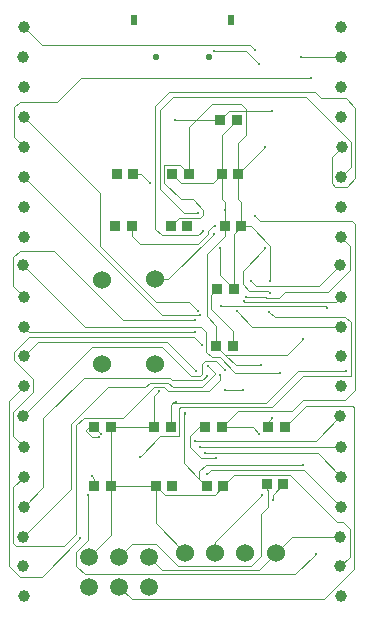
<source format=gbl>
G04 Layer_Physical_Order=2*
G04 Layer_Color=16711680*
%FSLAX44Y44*%
%MOMM*%
G71*
G01*
G75*
%ADD16R,0.8500X0.8500*%
%ADD17C,0.1000*%
%ADD19C,0.5800*%
%ADD20R,0.6000X0.9000*%
%ADD21C,1.5240*%
%ADD22C,1.0000*%
%ADD23C,1.5200*%
%ADD24C,0.2000*%
D16*
X526430Y1141730D02*
D03*
X512430D02*
D03*
X511160Y1187450D02*
D03*
X525160D02*
D03*
X469250Y1097280D02*
D03*
X483250D02*
D03*
X528970D02*
D03*
X514970D02*
D03*
X437530Y1141730D02*
D03*
X423530D02*
D03*
X436260Y1097280D02*
D03*
X422260D02*
D03*
X565800Y927100D02*
D03*
X551800D02*
D03*
X564530Y878840D02*
D03*
X550530D02*
D03*
X498460Y927100D02*
D03*
X512460D02*
D03*
X418480Y877570D02*
D03*
X404480D02*
D03*
X456550D02*
D03*
X470550D02*
D03*
X418480Y927100D02*
D03*
X404480D02*
D03*
X455280D02*
D03*
X469280D02*
D03*
X513730Y877570D02*
D03*
X499730D02*
D03*
X522770Y1044170D02*
D03*
X508770D02*
D03*
X521900Y995970D02*
D03*
X507900D02*
D03*
X484520Y1141730D02*
D03*
X470520D02*
D03*
D17*
X514970Y1111219D02*
Y1118108D01*
X515302Y988568D02*
X524192Y979678D01*
X507900Y995970D02*
X515302Y988568D01*
X493522Y883778D02*
X499730Y877570D01*
X480111Y897189D02*
X493522Y883778D01*
X471424Y947928D02*
X550010D01*
X469280Y945784D02*
Y946292D01*
Y927100D02*
Y945784D01*
X532638Y1195070D02*
X555260D01*
X518780D02*
X532638D01*
Y1196848D01*
Y1174424D02*
Y1195070D01*
X490220Y1187450D02*
X503936Y1201166D01*
X484520Y1181750D02*
X490220Y1187450D01*
X511160D01*
X472410D02*
X490220D01*
X572090Y834590D02*
X612900D01*
X558220Y820720D02*
X572090Y834590D01*
X498856Y895350D02*
X581406D01*
X493522Y890016D02*
X498856Y895350D01*
X493522Y883778D02*
Y890016D01*
X515302Y988568D02*
X567966D01*
X581428Y1002030D01*
X480111Y937931D02*
X481290Y939110D01*
X480111Y897189D02*
Y937931D01*
X536702Y1250950D02*
X540766Y1246886D01*
X360360Y1250950D02*
X536702D01*
X344720Y1266590D02*
X360360Y1250950D01*
X507900Y995970D02*
Y1012943D01*
X499594Y1021249D02*
X507900Y1012943D01*
X499594Y1021249D02*
Y1074135D01*
X514970Y1089510D01*
Y1097280D01*
X506970Y820720D02*
Y830312D01*
X546862Y870204D01*
X499872Y887730D02*
X503063Y890921D01*
X582319D01*
X613400Y859840D01*
X467214Y1052430D02*
X505714Y1090930D01*
X455980Y1052430D02*
X467214D01*
X404480Y927100D02*
X410266Y921314D01*
X344720Y859840D02*
X361442Y876562D01*
Y934720D01*
X395423Y968701D01*
X468924D01*
X470353Y967272D01*
X495848D01*
X499618Y971042D01*
X593758Y905232D02*
X613400Y885590D01*
X498094Y905232D02*
X593758D01*
X551298Y1043060D02*
X553212Y1041146D01*
X535512Y1043060D02*
X551298D01*
X530060Y1048512D02*
X535512Y1043060D01*
X530060Y1048512D02*
Y1059904D01*
X549148Y1078992D01*
X393446Y1223264D02*
X587756D01*
X372872Y1202690D02*
X393446Y1223264D01*
X341376Y1202690D02*
X372872D01*
X336804Y1198118D02*
X341376Y1202690D01*
X336804Y1173256D02*
Y1198118D01*
Y1173256D02*
X345220Y1164840D01*
X461964Y1022096D02*
X494284D01*
X344720Y1139340D02*
X461964Y1022096D01*
X442976Y902462D02*
X460248Y919734D01*
X476571D01*
Y943438D01*
X477520Y944388D01*
X554990D01*
X580882Y970280D01*
X621538D01*
Y1016000D01*
X616966Y1020572D02*
X621538Y1016000D01*
X557266Y1020572D02*
X616966D01*
X552694Y1025144D02*
X557266Y1020572D01*
X399288Y832216D02*
Y869696D01*
X389128Y822056D02*
X399288Y832216D01*
X389128Y810006D02*
Y822056D01*
Y810006D02*
X396240Y802894D01*
X574802D01*
X591820Y819912D01*
X592345Y916035D02*
X612900Y936590D01*
X489994Y916035D02*
X592345D01*
X512154Y1029687D02*
X600310D01*
X601472Y1028524D01*
X344720Y987340D02*
X356616Y999236D01*
X465836D01*
X490220Y974852D01*
X515112Y958850D02*
X530220D01*
X332486Y949606D02*
X344720Y961840D01*
X332486Y809752D02*
Y949606D01*
Y809752D02*
X341376Y800862D01*
X359918D01*
X392176Y833120D01*
X489204Y1003300D02*
X495300Y997204D01*
X349296Y1003300D02*
X489204D01*
X336680Y990684D02*
X349296Y1003300D01*
X336680Y983866D02*
Y990684D01*
Y983866D02*
X352806Y967740D01*
Y957072D02*
Y967740D01*
X336042Y940308D02*
X352806Y957072D01*
X336042Y919518D02*
Y940308D01*
Y919518D02*
X344720Y910840D01*
X609089Y1033529D02*
X613400Y1037840D01*
X531080Y1033529D02*
X609089D01*
X530805Y1033804D02*
X531080Y1033529D01*
X533146Y1037844D02*
X549418D01*
X550192Y1037069D01*
X560689D01*
X565528Y1041908D01*
X602234D01*
X621030Y1060704D01*
Y1080710D01*
X613400Y1088340D02*
X621030Y1080710D01*
X613400Y1139340D02*
X622046Y1147986D01*
Y1168908D01*
X583692Y1207262D02*
X622046Y1168908D01*
X471424Y1207262D02*
X583692D01*
X459689Y1195527D02*
X471424Y1207262D01*
X459689Y1129335D02*
Y1195527D01*
Y1129335D02*
X480314Y1108710D01*
X492116D01*
X492616Y1089914D02*
X496156Y1093454D01*
X461772Y1089914D02*
X492616D01*
X456149Y1095537D02*
X461772Y1089914D01*
X456149Y1095537D02*
Y1199607D01*
X467360Y1210818D01*
X591312D01*
X596392Y1205738D01*
X617728D01*
X625602Y1197864D01*
Y1137920D02*
Y1197864D01*
X618744Y1131062D02*
X625602Y1137920D01*
X608584Y1131062D02*
X618744D01*
X605360Y1134286D02*
X608584Y1131062D01*
X605360Y1134286D02*
Y1156299D01*
X613900Y1164840D01*
X565800Y927100D02*
X583580Y944880D01*
X623316D01*
X624586Y943610D01*
Y806958D02*
Y943610D01*
X599186Y781558D02*
X624586Y806958D01*
X436012Y781558D02*
X599186D01*
X425350Y792220D02*
X436012Y781558D01*
X526430Y1141730D02*
X549220Y1164519D01*
X522770Y1044170D02*
Y1091080D01*
X528970Y1097280D01*
X511048Y1055892D02*
Y1078672D01*
Y1055892D02*
X522770Y1044170D01*
X484520Y1141730D02*
Y1181750D01*
X503936Y1201166D02*
X528320D01*
X532638Y1196848D01*
X526430Y1168217D02*
X532638Y1174424D01*
X526430Y1141730D02*
Y1168217D01*
X612900Y809590D02*
X621030Y817720D01*
Y841248D01*
X615188Y847090D02*
X621030Y841248D01*
X609854Y847090D02*
X615188D01*
X569976Y886968D02*
X609854Y847090D01*
X523128Y886968D02*
X569976D01*
X513730Y877570D02*
X523128Y886968D01*
X418480Y836360D02*
Y877570D01*
X399850Y817730D02*
X418480Y836360D01*
X551800Y931784D02*
X555244Y935228D01*
X551800Y927100D02*
Y931784D01*
X555752Y870062D02*
X564530Y878840D01*
X555752Y865902D02*
Y870062D01*
X532638Y1246124D02*
X544068Y1234694D01*
X505714Y1246124D02*
X532638D01*
X404480Y877570D02*
Y883509D01*
X402290Y885698D02*
X404480Y883509D01*
X400050Y927100D02*
X404480D01*
X397510Y924560D02*
X400050Y927100D01*
X397510Y924052D02*
Y924560D01*
Y924052D02*
X402336Y919226D01*
X408178D01*
X495046Y901192D02*
X507492D01*
X485902Y910336D02*
X495046Y901192D01*
X485902Y910336D02*
Y919734D01*
X493268Y927100D01*
X498460D01*
X455280D02*
Y953628D01*
X459232Y957580D01*
X512460Y927100D02*
X526208Y940847D01*
X571633D01*
X581270Y950484D01*
X616474D01*
X625094Y959104D01*
Y1099058D01*
X622300Y1101852D02*
X625094Y1099058D01*
X544576Y1101852D02*
X622300D01*
X540258Y1106170D02*
X544576Y1101852D01*
X525272Y1025398D02*
X538330Y1012340D01*
X613400D01*
X511048Y967232D02*
Y971550D01*
X501468Y957652D02*
X511048Y967232D01*
X467240Y957652D02*
X501468D01*
X463272Y961620D02*
X467240Y957652D01*
X455192Y961620D02*
X463272D01*
X429054Y935482D02*
X455192Y961620D01*
X395478Y935482D02*
X429054D01*
X389382Y929386D02*
X395478Y935482D01*
X389382Y837184D02*
Y929386D01*
X378714Y826516D02*
X389382Y837184D01*
X338582Y826516D02*
X378714D01*
X336042Y829056D02*
X338582Y826516D01*
X336042Y829056D02*
Y876912D01*
X344720Y885590D01*
X514970Y1097280D02*
Y1111219D01*
X469250Y1097280D02*
X476540Y1104570D01*
X493776D01*
X496316Y1107110D01*
Y1111504D01*
X487680Y1120140D02*
X496316Y1111504D01*
X477529Y1120140D02*
X487680D01*
X463229Y1134440D02*
X477529Y1120140D01*
X463229Y1134440D02*
Y1149096D01*
X477154D01*
X484520Y1141730D01*
X579374Y1241090D02*
X613150D01*
X436260Y1089152D02*
Y1097280D01*
Y1089152D02*
X442864Y1082548D01*
X492326D01*
X500890Y1091112D01*
Y1093216D01*
X505207Y1097534D01*
X506984D01*
X437530Y1141730D02*
X444211D01*
X451612Y1134329D01*
X471424Y948436D02*
X473710D01*
X469280Y946292D02*
X471424Y948436D01*
X507722Y983210D02*
X514933Y976000D01*
X497840Y983210D02*
X507722D01*
X495578Y980948D02*
X497840Y983210D01*
X495578Y972106D02*
Y980948D01*
X494284Y970812D02*
X495578Y972106D01*
X486180Y970812D02*
X494284D01*
X461820Y995172D02*
X486180Y970812D01*
X402802Y995172D02*
X461820D01*
X344220Y936590D02*
X402802Y995172D01*
X511160Y1187450D02*
X518780Y1195070D01*
X512460Y927100D02*
X538480D01*
X544322Y921258D01*
X494034Y910840D02*
X613400D01*
X524002Y973328D02*
X561848D01*
X510540Y986790D02*
X524002Y973328D01*
X503936Y986790D02*
X510540D01*
X499364Y991362D02*
X503936Y986790D01*
X499364Y991362D02*
Y1007872D01*
X495046Y1012190D02*
X499364Y1007872D01*
X396619Y1012190D02*
X495046D01*
X344220Y1064590D02*
X396619Y1012190D01*
X348934Y1008126D02*
X489498D01*
X344720Y1012340D02*
X348934Y1008126D01*
X521900Y995970D02*
Y1009130D01*
X503658Y1027373D02*
X521900Y1009130D01*
X503658Y1027373D02*
Y1039059D01*
X508770Y1044170D01*
X484493Y1033665D02*
X492022Y1026136D01*
X456553Y1033665D02*
X484493D01*
X409640Y1080578D02*
X456553Y1033665D01*
X409640Y1080578D02*
Y1125670D01*
X344970Y1190340D02*
X409640Y1125670D01*
X429006Y1018032D02*
X489712D01*
X370586Y1076452D02*
X429006Y1018032D01*
X341376Y1076452D02*
X370586D01*
X336042Y1071118D02*
X341376Y1076452D01*
X336042Y1046518D02*
Y1071118D01*
Y1046518D02*
X344720Y1037840D01*
X524192Y979678D02*
X545220D01*
X576680Y974598D02*
X617220D01*
X550010Y947928D02*
X576680Y974598D01*
X469280Y945784D02*
X471424Y947928D01*
X553300Y1051150D02*
Y1081024D01*
X537044Y1097280D02*
X553300Y1081024D01*
X528970Y1097280D02*
X537044D01*
X594911Y1046600D02*
X612900Y1064590D01*
X541760Y1046600D02*
X594911D01*
X537210Y1051150D02*
X541760Y1046600D01*
X501142Y979170D02*
X506944Y973368D01*
Y972329D02*
Y973368D01*
X495808Y961192D02*
X506944Y972329D01*
X470780Y961192D02*
X495808D01*
X466812Y965160D02*
X470780Y961192D01*
X451652Y965160D02*
X466812D01*
X447612Y961120D02*
X451652Y965160D01*
X415782Y961120D02*
X447612D01*
X385064Y930402D02*
X415782Y961120D01*
X385064Y875434D02*
Y930402D01*
X344220Y834590D02*
X385064Y875434D01*
X550530Y874424D02*
Y878840D01*
Y874424D02*
X551158Y873796D01*
Y859514D02*
Y873796D01*
X545338Y853694D02*
X551158Y859514D01*
X545338Y818388D02*
Y853694D01*
X537010Y810060D02*
X545338Y818388D01*
X475180Y810060D02*
X537010D01*
X456692Y828548D02*
X475180Y810060D01*
X436168Y828548D02*
X456692D01*
X425350Y817730D02*
X436168Y828548D01*
X450850Y817730D02*
X462061Y806520D01*
X544019D01*
X558220Y820720D01*
X456550Y845891D02*
Y877570D01*
Y845891D02*
X481470Y820970D01*
X456550Y877570D02*
X463916Y870204D01*
X506364D01*
X513730Y877570D01*
X512430Y1141730D02*
Y1174719D01*
X525160Y1187450D01*
X470520Y1141730D02*
X477886Y1134364D01*
X505064D01*
X512430Y1141730D01*
Y1120648D02*
Y1141730D01*
Y1120648D02*
X514970Y1118108D01*
X526430Y1120648D02*
Y1141730D01*
Y1120648D02*
X528970Y1118108D01*
Y1097280D02*
Y1118108D01*
X418480Y927100D02*
X455280D01*
X418480Y877570D02*
Y927100D01*
Y877570D02*
X456550D01*
D19*
X501160Y1240970D02*
D03*
X456660D02*
D03*
D20*
X437660Y1271970D02*
D03*
X519910Y1271720D02*
D03*
D21*
X411230Y1052180D02*
D03*
X455980Y1052430D02*
D03*
Y980930D02*
D03*
X410980D02*
D03*
X506970Y820720D02*
D03*
X481470Y820970D02*
D03*
X532470Y820720D02*
D03*
X558220D02*
D03*
D22*
X344720Y1215340D02*
D03*
X344470Y1241090D02*
D03*
X344720Y1266590D02*
D03*
Y1114090D02*
D03*
Y1139340D02*
D03*
X344970Y1190340D02*
D03*
X345220Y1164840D02*
D03*
X344720Y961840D02*
D03*
Y1012340D02*
D03*
Y1037840D02*
D03*
Y1088340D02*
D03*
X344220Y1064590D02*
D03*
X344720Y910840D02*
D03*
X344220Y936590D02*
D03*
X344720Y987340D02*
D03*
Y859840D02*
D03*
Y885590D02*
D03*
X344220Y834590D02*
D03*
Y809590D02*
D03*
X344720Y784090D02*
D03*
X613400Y1215340D02*
D03*
X613150Y1241090D02*
D03*
X613400Y1266590D02*
D03*
Y1114090D02*
D03*
Y1139340D02*
D03*
X613650Y1190340D02*
D03*
X613900Y1164840D02*
D03*
X613400Y961840D02*
D03*
Y1012340D02*
D03*
Y1037840D02*
D03*
Y1088340D02*
D03*
X612900Y1064590D02*
D03*
X613400Y910840D02*
D03*
X612900Y936590D02*
D03*
X613400Y987340D02*
D03*
Y859840D02*
D03*
Y885590D02*
D03*
X612900Y834590D02*
D03*
Y809590D02*
D03*
X613400Y784090D02*
D03*
D23*
X450850Y817730D02*
D03*
Y792220D02*
D03*
X399850D02*
D03*
Y817730D02*
D03*
X425350D02*
D03*
Y792220D02*
D03*
D24*
X581406Y895350D02*
D03*
X581428Y1002030D02*
D03*
X481290Y939110D02*
D03*
X540766Y1246886D02*
D03*
X546862Y870204D02*
D03*
X499872Y887730D02*
D03*
X505714Y1090930D02*
D03*
X410266Y921314D02*
D03*
X499618Y971042D02*
D03*
X498094Y905232D02*
D03*
X553212Y1041146D02*
D03*
X549148Y1078992D02*
D03*
X587756Y1223264D02*
D03*
X494284Y1022096D02*
D03*
X442976Y902462D02*
D03*
X552694Y1025144D02*
D03*
X399288Y869696D02*
D03*
X591820Y819912D02*
D03*
X489994Y916035D02*
D03*
X512154Y1029687D02*
D03*
X601472Y1028524D02*
D03*
X490220Y974852D02*
D03*
X515112Y958850D02*
D03*
X530220D02*
D03*
X392176Y833120D02*
D03*
X495300Y997204D02*
D03*
X530805Y1033804D02*
D03*
X533146Y1037844D02*
D03*
X492116Y1108710D02*
D03*
X496156Y1093454D02*
D03*
X549220Y1164519D02*
D03*
X472410Y1187450D02*
D03*
X511048Y1078672D02*
D03*
X555244Y935228D02*
D03*
X555752Y865902D02*
D03*
X544068Y1234694D02*
D03*
X505714Y1246124D02*
D03*
X402290Y885698D02*
D03*
X408178Y919226D02*
D03*
X507492Y901192D02*
D03*
X459232Y957580D02*
D03*
X540258Y1106170D02*
D03*
X525272Y1025398D02*
D03*
X511048Y971550D02*
D03*
X514970Y1111219D02*
D03*
X579374Y1241090D02*
D03*
X506984Y1097534D02*
D03*
X451612Y1134329D02*
D03*
X473710Y948436D02*
D03*
X514933Y976000D02*
D03*
X555260Y1195070D02*
D03*
X544322Y921258D02*
D03*
X494034Y910840D02*
D03*
X561848Y973328D02*
D03*
X489498Y1008126D02*
D03*
X492022Y1026136D02*
D03*
X489712Y1018032D02*
D03*
X545220Y979678D02*
D03*
X617220Y974598D02*
D03*
X553300Y1051150D02*
D03*
X537210D02*
D03*
X501142Y979170D02*
D03*
M02*

</source>
